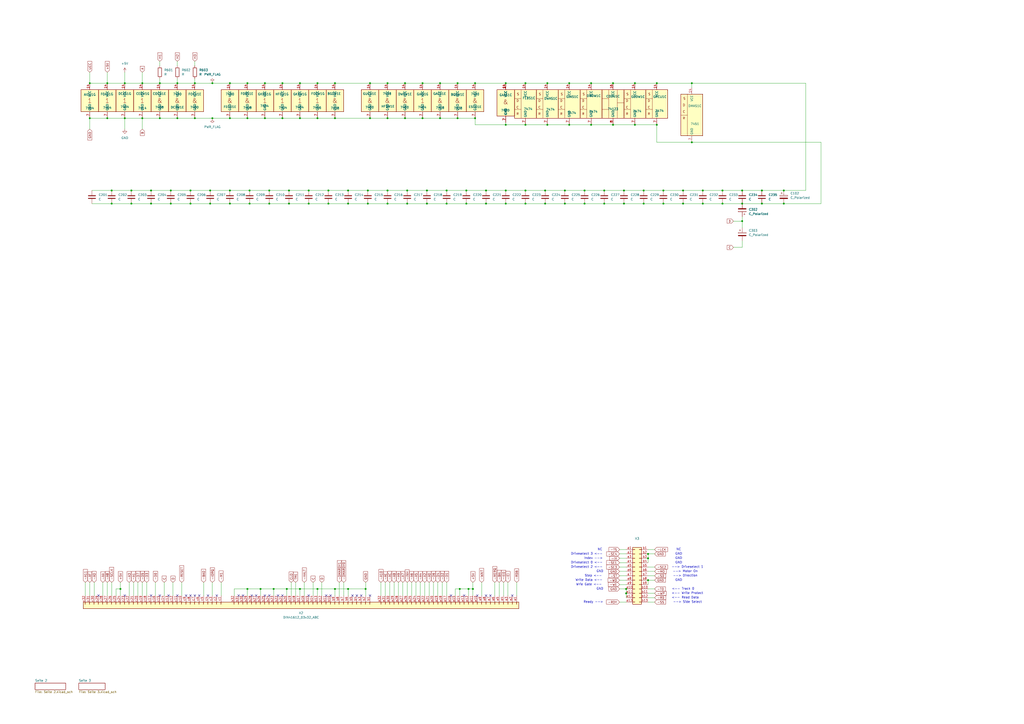
<source format=kicad_sch>
(kicad_sch (version 20231120) (generator "eeschema") (generator_version "8.0")
  (paper "A2")
  (junction (at 396.24 110.49))
  (junction (at 259.08 118.11))
  (junction (at 184.15 68.58))
  (junction (at 201.93 110.49))
  (junction (at 173.99 341.63))
  (junction (at 133.35 48.26))
  (junction (at 281.94 110.49))
  (junction (at 419.1 110.49))
  (junction (at 361.95 118.11))
  (junction (at 190.5 118.11))
  (junction (at 52.07 68.58))
  (junction (at 151.13 341.63))
  (junction (at 213.36 110.49))
  (junction (at 441.96 110.49))
  (junction (at 381 48.26))
  (junction (at 363.22 341.63))
  (junction (at 373.38 118.11))
  (junction (at 72.39 48.26))
  (junction (at 293.37 110.49))
  (junction (at 113.03 48.26))
  (junction (at 401.32 48.26))
  (junction (at 363.22 344.17))
  (junction (at 317.5 48.26))
  (junction (at 454.66 110.49))
  (junction (at 384.81 118.11))
  (junction (at 330.2 72.39))
  (junction (at 327.66 118.11))
  (junction (at 375.92 336.55))
  (junction (at 304.8 72.39))
  (junction (at 355.6 48.26))
  (junction (at 316.23 118.11))
  (junction (at 454.66 118.11))
  (junction (at 224.79 68.58))
  (junction (at 158.75 341.63))
  (junction (at 339.09 110.49))
  (junction (at 121.92 118.11))
  (junction (at 173.99 48.26))
  (junction (at 62.23 48.26))
  (junction (at 163.83 68.58))
  (junction (at 82.55 48.26))
  (junction (at 113.03 68.58))
  (junction (at 317.5 72.39))
  (junction (at 236.22 118.11))
  (junction (at 121.92 110.49))
  (junction (at 52.07 48.26))
  (junction (at 123.19 68.58))
  (junction (at 194.31 68.58))
  (junction (at 102.87 48.26))
  (junction (at 441.96 118.11))
  (junction (at 214.63 68.58))
  (junction (at 430.53 128.27))
  (junction (at 396.24 118.11))
  (junction (at 247.65 118.11))
  (junction (at 214.63 48.26))
  (junction (at 224.79 48.26))
  (junction (at 255.27 68.58))
  (junction (at 184.15 341.63))
  (junction (at 245.11 68.58))
  (junction (at 190.5 110.49))
  (junction (at 87.63 110.49))
  (junction (at 275.59 48.26))
  (junction (at 245.11 48.26))
  (junction (at 143.51 68.58))
  (junction (at 173.99 68.58))
  (junction (at 92.71 48.26))
  (junction (at 375.92 323.85))
  (junction (at 92.71 68.58))
  (junction (at 82.55 68.58))
  (junction (at 430.53 110.49))
  (junction (at 407.67 110.49))
  (junction (at 419.1 118.11))
  (junction (at 143.51 341.63))
  (junction (at 234.95 48.26))
  (junction (at 213.36 118.11))
  (junction (at 304.8 118.11))
  (junction (at 266.7 341.63))
  (junction (at 293.37 48.26))
  (junction (at 72.39 68.58))
  (junction (at 270.51 110.49))
  (junction (at 194.31 48.26))
  (junction (at 143.51 48.26))
  (junction (at 156.21 110.49))
  (junction (at 133.35 110.49))
  (junction (at 330.2 48.26))
  (junction (at 184.15 48.26))
  (junction (at 407.67 118.11))
  (junction (at 167.64 110.49))
  (junction (at 350.52 110.49))
  (junction (at 153.67 68.58))
  (junction (at 271.78 341.63))
  (junction (at 153.67 48.26))
  (junction (at 316.23 110.49))
  (junction (at 133.35 68.58))
  (junction (at 76.2 118.11))
  (junction (at 123.19 48.26))
  (junction (at 167.64 118.11))
  (junction (at 327.66 110.49))
  (junction (at 339.09 118.11))
  (junction (at 368.3 72.39))
  (junction (at 355.6 72.39))
  (junction (at 212.09 341.63))
  (junction (at 64.77 118.11))
  (junction (at 99.06 118.11))
  (junction (at 293.37 118.11))
  (junction (at 236.22 110.49))
  (junction (at 304.8 48.26))
  (junction (at 265.43 48.26))
  (junction (at 224.79 118.11))
  (junction (at 64.77 110.49))
  (junction (at 275.59 68.58))
  (junction (at 234.95 68.58))
  (junction (at 62.23 68.58))
  (junction (at 430.53 118.11))
  (junction (at 265.43 68.58))
  (junction (at 194.31 341.63))
  (junction (at 304.8 110.49))
  (junction (at 401.32 82.55))
  (junction (at 144.78 118.11))
  (junction (at 384.81 110.49))
  (junction (at 373.38 110.49))
  (junction (at 201.93 118.11))
  (junction (at 179.07 118.11))
  (junction (at 99.06 110.49))
  (junction (at 247.65 110.49))
  (junction (at 201.93 341.63))
  (junction (at 87.63 118.11))
  (junction (at 224.79 110.49))
  (junction (at 350.52 118.11))
  (junction (at 102.87 68.58))
  (junction (at 69.85 341.63))
  (junction (at 144.78 110.49))
  (junction (at 76.2 110.49))
  (junction (at 281.94 118.11))
  (junction (at 274.32 341.63))
  (junction (at 342.9 48.26))
  (junction (at 375.92 321.31))
  (junction (at 110.49 118.11))
  (junction (at 133.35 118.11))
  (junction (at 381 72.39))
  (junction (at 179.07 110.49))
  (junction (at 270.51 118.11))
  (junction (at 255.27 48.26))
  (junction (at 110.49 110.49))
  (junction (at 156.21 118.11))
  (junction (at 259.08 110.49))
  (junction (at 342.9 72.39))
  (junction (at 293.37 72.39))
  (junction (at 368.3 48.26))
  (junction (at 163.83 48.26))
  (junction (at 166.37 341.63))
  (junction (at 361.95 110.49))
  (no_connect (at 191.77 345.44))
  (no_connect (at 204.47 345.44))
  (no_connect (at 72.39 345.44))
  (no_connect (at 107.95 345.44))
  (no_connect (at 284.48 345.44))
  (no_connect (at 189.23 345.44))
  (no_connect (at 276.86 345.44))
  (no_connect (at 207.01 345.44))
  (no_connect (at 209.55 345.44))
  (no_connect (at 120.65 345.44))
  (no_connect (at 57.15 345.44))
  (no_connect (at 87.63 345.44))
  (no_connect (at 115.57 345.44))
  (no_connect (at 140.97 345.44))
  (no_connect (at 214.63 345.44))
  (no_connect (at 97.79 345.44))
  (no_connect (at 125.73 345.44))
  (no_connect (at 156.21 345.44))
  (no_connect (at 153.67 345.44))
  (no_connect (at 261.62 345.44))
  (no_connect (at 281.94 345.44))
  (no_connect (at 179.07 345.44))
  (no_connect (at 138.43 345.44))
  (no_connect (at 102.87 345.44))
  (no_connect (at 297.18 345.44))
  (no_connect (at 163.83 345.44))
  (no_connect (at 269.24 345.44))
  (no_connect (at 146.05 345.44))
  (no_connect (at 161.29 345.44))
  (no_connect (at 113.03 345.44))
  (no_connect (at 92.71 345.44))
  (no_connect (at 148.59 345.44))
  (no_connect (at 110.49 345.44))
  (wire (pts (xy 64.77 110.49) (xy 76.2 110.49)))
  (wire (pts (xy 236.22 337.82) (xy 236.22 345.44)))
  (wire (pts (xy 359.41 328.93) (xy 363.22 328.93)))
  (wire (pts (xy 287.02 337.82) (xy 287.02 345.44)))
  (wire (pts (xy 82.55 68.58) (xy 82.55 74.93)))
  (wire (pts (xy 194.31 341.63) (xy 201.93 341.63)))
  (wire (pts (xy 430.53 125.73) (xy 430.53 128.27)))
  (wire (pts (xy 359.41 349.25) (xy 363.22 349.25)))
  (wire (pts (xy 259.08 118.11) (xy 270.51 118.11)))
  (wire (pts (xy 375.92 328.93) (xy 379.73 328.93)))
  (wire (pts (xy 76.2 110.49) (xy 87.63 110.49)))
  (wire (pts (xy 304.8 48.26) (xy 317.5 48.26)))
  (wire (pts (xy 355.6 48.26) (xy 368.3 48.26)))
  (wire (pts (xy 375.92 349.25) (xy 379.73 349.25)))
  (wire (pts (xy 133.35 110.49) (xy 144.78 110.49)))
  (wire (pts (xy 359.41 318.77) (xy 363.22 318.77)))
  (wire (pts (xy 254 337.82) (xy 254 345.44)))
  (wire (pts (xy 233.68 337.82) (xy 233.68 345.44)))
  (wire (pts (xy 396.24 110.49) (xy 407.67 110.49)))
  (wire (pts (xy 270.51 118.11) (xy 281.94 118.11)))
  (wire (pts (xy 118.11 337.82) (xy 118.11 345.44)))
  (wire (pts (xy 85.09 337.82) (xy 85.09 345.44)))
  (wire (pts (xy 330.2 72.39) (xy 342.9 72.39)))
  (wire (pts (xy 173.99 345.44) (xy 173.99 341.63)))
  (wire (pts (xy 236.22 110.49) (xy 247.65 110.49)))
  (wire (pts (xy 350.52 118.11) (xy 361.95 118.11)))
  (wire (pts (xy 316.23 110.49) (xy 327.66 110.49)))
  (wire (pts (xy 201.93 341.63) (xy 212.09 341.63)))
  (wire (pts (xy 52.07 48.26) (xy 62.23 48.26)))
  (wire (pts (xy 135.89 341.63) (xy 143.51 341.63)))
  (wire (pts (xy 67.31 345.44) (xy 67.31 341.63)))
  (wire (pts (xy 361.95 118.11) (xy 373.38 118.11)))
  (wire (pts (xy 69.85 337.82) (xy 69.85 341.63)))
  (wire (pts (xy 53.34 118.11) (xy 64.77 118.11)))
  (wire (pts (xy 293.37 118.11) (xy 304.8 118.11)))
  (wire (pts (xy 224.79 118.11) (xy 236.22 118.11)))
  (wire (pts (xy 156.21 110.49) (xy 167.64 110.49)))
  (wire (pts (xy 359.41 339.09) (xy 363.22 339.09)))
  (wire (pts (xy 92.71 35.56) (xy 92.71 38.1)))
  (wire (pts (xy 184.15 48.26) (xy 194.31 48.26)))
  (wire (pts (xy 330.2 48.26) (xy 342.9 48.26)))
  (wire (pts (xy 430.53 110.49) (xy 441.96 110.49)))
  (wire (pts (xy 368.3 48.26) (xy 381 48.26)))
  (wire (pts (xy 194.31 48.26) (xy 214.63 48.26)))
  (wire (pts (xy 121.92 110.49) (xy 133.35 110.49)))
  (wire (pts (xy 259.08 337.82) (xy 259.08 345.44)))
  (wire (pts (xy 375.92 346.71) (xy 379.73 346.71)))
  (wire (pts (xy 184.15 341.63) (xy 194.31 341.63)))
  (wire (pts (xy 255.27 48.26) (xy 265.43 48.26)))
  (wire (pts (xy 69.85 341.63) (xy 69.85 345.44)))
  (wire (pts (xy 425.45 143.51) (xy 430.53 143.51)))
  (wire (pts (xy 87.63 110.49) (xy 99.06 110.49)))
  (wire (pts (xy 381 72.39) (xy 381 82.55)))
  (wire (pts (xy 171.45 337.82) (xy 171.45 345.44)))
  (wire (pts (xy 259.08 110.49) (xy 270.51 110.49)))
  (wire (pts (xy 293.37 110.49) (xy 304.8 110.49)))
  (wire (pts (xy 72.39 68.58) (xy 72.39 74.93)))
  (wire (pts (xy 363.22 341.63) (xy 363.22 344.17)))
  (wire (pts (xy 247.65 118.11) (xy 259.08 118.11)))
  (wire (pts (xy 102.87 35.56) (xy 102.87 38.1)))
  (wire (pts (xy 153.67 68.58) (xy 163.83 68.58)))
  (wire (pts (xy 52.07 41.91) (xy 52.07 48.26)))
  (wire (pts (xy 135.89 345.44) (xy 135.89 341.63)))
  (wire (pts (xy 231.14 337.82) (xy 231.14 345.44)))
  (wire (pts (xy 359.41 336.55) (xy 363.22 336.55)))
  (wire (pts (xy 256.54 337.82) (xy 256.54 345.44)))
  (wire (pts (xy 375.92 323.85) (xy 375.92 326.39)))
  (wire (pts (xy 184.15 345.44) (xy 184.15 341.63)))
  (wire (pts (xy 396.24 118.11) (xy 407.67 118.11)))
  (wire (pts (xy 419.1 110.49) (xy 407.67 110.49)))
  (wire (pts (xy 327.66 118.11) (xy 339.09 118.11)))
  (wire (pts (xy 212.09 341.63) (xy 212.09 345.44)))
  (wire (pts (xy 248.92 337.82) (xy 248.92 345.44)))
  (wire (pts (xy 316.23 118.11) (xy 327.66 118.11)))
  (wire (pts (xy 95.25 337.82) (xy 95.25 345.44)))
  (wire (pts (xy 359.41 326.39) (xy 363.22 326.39)))
  (wire (pts (xy 361.95 110.49) (xy 373.38 110.49)))
  (wire (pts (xy 133.35 68.58) (xy 143.51 68.58)))
  (wire (pts (xy 251.46 337.82) (xy 251.46 345.44)))
  (wire (pts (xy 143.51 345.44) (xy 143.51 341.63)))
  (wire (pts (xy 143.51 48.26) (xy 153.67 48.26)))
  (wire (pts (xy 368.3 72.39) (xy 381 72.39)))
  (wire (pts (xy 275.59 72.39) (xy 275.59 68.58)))
  (wire (pts (xy 201.93 118.11) (xy 213.36 118.11)))
  (wire (pts (xy 247.65 110.49) (xy 259.08 110.49)))
  (wire (pts (xy 293.37 48.26) (xy 304.8 48.26)))
  (wire (pts (xy 375.92 336.55) (xy 375.92 339.09)))
  (wire (pts (xy 76.2 118.11) (xy 87.63 118.11)))
  (wire (pts (xy 64.77 337.82) (xy 64.77 345.44)))
  (wire (pts (xy 274.32 341.63) (xy 274.32 345.44)))
  (wire (pts (xy 304.8 110.49) (xy 316.23 110.49)))
  (wire (pts (xy 82.55 68.58) (xy 92.71 68.58)))
  (wire (pts (xy 275.59 48.26) (xy 293.37 48.26)))
  (wire (pts (xy 289.56 337.82) (xy 289.56 345.44)))
  (wire (pts (xy 264.16 345.44) (xy 264.16 341.63)))
  (wire (pts (xy 92.71 45.72) (xy 92.71 48.26)))
  (wire (pts (xy 275.59 72.39) (xy 293.37 72.39)))
  (wire (pts (xy 299.72 337.82) (xy 299.72 345.44)))
  (wire (pts (xy 156.21 118.11) (xy 167.64 118.11)))
  (wire (pts (xy 375.92 344.17) (xy 379.73 344.17)))
  (wire (pts (xy 407.67 118.11) (xy 419.1 118.11)))
  (wire (pts (xy 196.85 337.82) (xy 196.85 345.44)))
  (wire (pts (xy 102.87 45.72) (xy 102.87 48.26)))
  (wire (pts (xy 281.94 118.11) (xy 293.37 118.11)))
  (wire (pts (xy 363.22 344.17) (xy 363.22 346.71)))
  (wire (pts (xy 359.41 341.63) (xy 363.22 341.63)))
  (wire (pts (xy 245.11 68.58) (xy 255.27 68.58)))
  (wire (pts (xy 381 48.26) (xy 401.32 48.26)))
  (wire (pts (xy 201.93 110.49) (xy 213.36 110.49)))
  (wire (pts (xy 62.23 337.82) (xy 62.23 345.44)))
  (wire (pts (xy 293.37 72.39) (xy 304.8 72.39)))
  (wire (pts (xy 173.99 68.58) (xy 184.15 68.58)))
  (wire (pts (xy 123.19 48.26) (xy 133.35 48.26)))
  (wire (pts (xy 381 82.55) (xy 401.32 82.55)))
  (wire (pts (xy 49.53 337.82) (xy 49.53 345.44)))
  (wire (pts (xy 401.32 48.26) (xy 401.32 50.8)))
  (wire (pts (xy 99.06 118.11) (xy 110.49 118.11)))
  (wire (pts (xy 100.33 337.82) (xy 100.33 345.44)))
  (wire (pts (xy 194.31 68.58) (xy 214.63 68.58)))
  (wire (pts (xy 292.1 337.82) (xy 292.1 345.44)))
  (wire (pts (xy 201.93 345.44) (xy 201.93 341.63)))
  (wire (pts (xy 62.23 68.58) (xy 72.39 68.58)))
  (wire (pts (xy 173.99 48.26) (xy 184.15 48.26)))
  (wire (pts (xy 102.87 68.58) (xy 113.03 68.58)))
  (wire (pts (xy 143.51 341.63) (xy 151.13 341.63)))
  (wire (pts (xy 271.78 341.63) (xy 274.32 341.63)))
  (wire (pts (xy 52.07 68.58) (xy 52.07 74.93)))
  (wire (pts (xy 87.63 118.11) (xy 99.06 118.11)))
  (wire (pts (xy 467.36 110.49) (xy 454.66 110.49)))
  (wire (pts (xy 133.35 118.11) (xy 144.78 118.11)))
  (wire (pts (xy 173.99 341.63) (xy 184.15 341.63)))
  (wire (pts (xy 265.43 68.58) (xy 275.59 68.58)))
  (wire (pts (xy 375.92 321.31) (xy 375.92 323.85)))
  (wire (pts (xy 110.49 110.49) (xy 121.92 110.49)))
  (wire (pts (xy 123.19 337.82) (xy 123.19 345.44)))
  (wire (pts (xy 264.16 341.63) (xy 266.7 341.63)))
  (wire (pts (xy 359.41 331.47) (xy 363.22 331.47)))
  (wire (pts (xy 375.92 334.01) (xy 379.73 334.01)))
  (wire (pts (xy 265.43 48.26) (xy 275.59 48.26)))
  (wire (pts (xy 199.39 337.82) (xy 199.39 345.44)))
  (wire (pts (xy 245.11 48.26) (xy 255.27 48.26)))
  (wire (pts (xy 151.13 345.44) (xy 151.13 341.63)))
  (wire (pts (xy 72.39 68.58) (xy 82.55 68.58)))
  (wire (pts (xy 476.25 82.55) (xy 476.25 118.11)))
  (wire (pts (xy 224.79 110.49) (xy 236.22 110.49)))
  (wire (pts (xy 80.01 337.82) (xy 80.01 345.44)))
  (wire (pts (xy 82.55 48.26) (xy 92.71 48.26)))
  (wire (pts (xy 144.78 118.11) (xy 156.21 118.11)))
  (wire (pts (xy 166.37 345.44) (xy 166.37 341.63)))
  (wire (pts (xy 359.41 323.85) (xy 363.22 323.85)))
  (wire (pts (xy 62.23 41.91) (xy 62.23 48.26)))
  (wire (pts (xy 82.55 337.82) (xy 82.55 345.44)))
  (wire (pts (xy 190.5 110.49) (xy 201.93 110.49)))
  (wire (pts (xy 226.06 337.82) (xy 226.06 345.44)))
  (wire (pts (xy 401.32 48.26) (xy 467.36 48.26)))
  (wire (pts (xy 158.75 345.44) (xy 158.75 341.63)))
  (wire (pts (xy 92.71 48.26) (xy 102.87 48.26)))
  (wire (pts (xy 113.03 48.26) (xy 123.19 48.26)))
  (wire (pts (xy 102.87 48.26) (xy 113.03 48.26)))
  (wire (pts (xy 241.3 337.82) (xy 241.3 345.44)))
  (wire (pts (xy 113.03 45.72) (xy 113.03 48.26)))
  (wire (pts (xy 220.98 337.82) (xy 220.98 345.44)))
  (wire (pts (xy 270.51 110.49) (xy 281.94 110.49)))
  (wire (pts (xy 190.5 118.11) (xy 201.93 118.11)))
  (wire (pts (xy 243.84 337.82) (xy 243.84 345.44)))
  (wire (pts (xy 59.69 337.82) (xy 59.69 345.44)))
  (wire (pts (xy 350.52 110.49) (xy 361.95 110.49)))
  (wire (pts (xy 143.51 68.58) (xy 153.67 68.58)))
  (wire (pts (xy 228.6 337.82) (xy 228.6 345.44)))
  (wire (pts (xy 281.94 110.49) (xy 293.37 110.49)))
  (wire (pts (xy 359.41 321.31) (xy 363.22 321.31)))
  (wire (pts (xy 425.45 128.27) (xy 430.53 128.27)))
  (wire (pts (xy 123.19 68.58) (xy 133.35 68.58)))
  (wire (pts (xy 401.32 82.55) (xy 476.25 82.55)))
  (wire (pts (xy 266.7 341.63) (xy 271.78 341.63)))
  (wire (pts (xy 121.92 118.11) (xy 133.35 118.11)))
  (wire (pts (xy 430.53 118.11) (xy 441.96 118.11)))
  (wire (pts (xy 52.07 337.82) (xy 52.07 345.44)))
  (wire (pts (xy 53.34 110.49) (xy 64.77 110.49)))
  (wire (pts (xy 236.22 118.11) (xy 247.65 118.11)))
  (wire (pts (xy 168.91 337.82) (xy 168.91 345.44)))
  (wire (pts (xy 163.83 68.58) (xy 173.99 68.58)))
  (wire (pts (xy 224.79 68.58) (xy 234.95 68.58)))
  (wire (pts (xy 224.79 48.26) (xy 234.95 48.26)))
  (wire (pts (xy 167.64 118.11) (xy 179.07 118.11)))
  (wire (pts (xy 82.55 41.91) (xy 82.55 48.26)))
  (wire (pts (xy 293.37 72.39) (xy 293.37 71.12)))
  (wire (pts (xy 72.39 48.26) (xy 82.55 48.26)))
  (wire (pts (xy 181.61 337.82) (xy 181.61 345.44)))
  (wire (pts (xy 373.38 118.11) (xy 384.81 118.11)))
  (wire (pts (xy 419.1 118.11) (xy 430.53 118.11)))
  (wire (pts (xy 184.15 68.58) (xy 194.31 68.58)))
  (wire (pts (xy 213.36 118.11) (xy 224.79 118.11)))
  (wire (pts (xy 92.71 68.58) (xy 102.87 68.58)))
  (wire (pts (xy 77.47 337.82) (xy 77.47 345.44)))
  (wire (pts (xy 339.09 118.11) (xy 350.52 118.11)))
  (wire (pts (xy 304.8 118.11) (xy 316.23 118.11)))
  (wire (pts (xy 167.64 110.49) (xy 179.07 110.49)))
  (wire (pts (xy 213.36 110.49) (xy 224.79 110.49)))
  (wire (pts (xy 294.64 337.82) (xy 294.64 345.44)))
  (wire (pts (xy 441.96 118.11) (xy 454.66 118.11)))
  (wire (pts (xy 255.27 68.58) (xy 265.43 68.58)))
  (wire (pts (xy 375.92 341.63) (xy 379.73 341.63)))
  (wire (pts (xy 430.53 143.51) (xy 430.53 139.7)))
  (wire (pts (xy 430.53 128.27) (xy 430.53 132.08)))
  (wire (pts (xy 223.52 337.82) (xy 223.52 345.44)))
  (wire (pts (xy 214.63 48.26) (xy 224.79 48.26)))
  (wire (pts (xy 342.9 72.39) (xy 355.6 72.39)))
  (wire (pts (xy 158.75 341.63) (xy 166.37 341.63)))
  (wire (pts (xy 74.93 337.82) (xy 74.93 345.44)))
  (wire (pts (xy 144.78 110.49) (xy 156.21 110.49)))
  (wire (pts (xy 186.69 337.82) (xy 186.69 345.44)))
  (wire (pts (xy 99.06 110.49) (xy 110.49 110.49)))
  (wire (pts (xy 113.03 68.58) (xy 123.19 68.58)))
  (wire (pts (xy 110.49 118.11) (xy 121.92 118.11)))
  (wire (pts (xy 454.66 118.11) (xy 476.25 118.11)))
  (wire (pts (xy 266.7 345.44) (xy 266.7 341.63)))
  (wire (pts (xy 467.36 48.26) (xy 467.36 110.49)))
  (wire (pts (xy 384.81 118.11) (xy 396.24 118.11)))
  (wire (pts (xy 194.31 345.44) (xy 194.31 341.63)))
  (wire (pts (xy 166.37 341.63) (xy 173.99 341.63)))
  (wire (pts (xy 234.95 48.26) (xy 245.11 48.26)))
  (wire (pts (xy 384.81 110.49) (xy 396.24 110.49)))
  (wire (pts (xy 375.92 336.55) (xy 379.73 336.55)))
  (wire (pts (xy 176.53 337.82) (xy 176.53 345.44)))
  (wire (pts (xy 317.5 72.39) (xy 330.2 72.39)))
  (wire (pts (xy 151.13 341.63) (xy 158.75 341.63)))
  (wire (pts (xy 52.07 68.58) (xy 62.23 68.58)))
  (wire (pts (xy 214.63 68.58) (xy 224.79 68.58)))
  (wire (pts (xy 54.61 337.82) (xy 54.61 345.44)))
  (wire (pts (xy 246.38 337.82) (xy 246.38 345.44)))
  (wire (pts (xy 274.32 337.82) (xy 274.32 341.63)))
  (wire (pts (xy 339.09 110.49) (xy 350.52 110.49)))
  (wire (pts (xy 359.41 334.01) (xy 363.22 334.01)))
  (wire (pts (xy 430.53 110.49) (xy 419.1 110.49)))
  (wire (pts (xy 105.41 337.82) (xy 105.41 345.44)))
  (wire (pts (xy 72.39 41.91) (xy 72.39 48.26)))
  (wire (pts (xy 153.67 48.26) (xy 163.83 48.26)))
  (wire (pts (xy 238.76 337.82) (xy 238.76 345.44)))
  (wire (pts (xy 375.92 318.77) (xy 379.73 318.77)))
  (wire (pts (xy 113.03 35.56) (xy 113.03 38.1)))
  (wire (pts (xy 133.35 48.26) (xy 143.51 48.26)))
  (wire (pts (xy 163.83 48.26) (xy 173.99 48.26)))
  (wire (pts (xy 327.66 110.49) (xy 339.09 110.49)))
  (wire (pts (xy 342.9 48.26) (xy 355.6 48.26)))
  (wire (pts (xy 279.4 337.82) (xy 279.4 345.44)))
  (wire (pts (xy 179.07 118.11) (xy 190.5 118.11)))
  (wire (pts (xy 67.31 341.63) (xy 69.85 341.63)))
  (wire (pts (xy 179.07 110.49) (xy 190.5 110.49)))
  (wire (pts (xy 304.8 72.39) (xy 317.5 72.39)))
  (wire (pts (xy 62.23 48.26) (xy 72.39 48.26)))
  (wire (pts (xy 454.66 110.49) (xy 441.96 110.49)))
  (wire (pts (xy 375.92 321.31) (xy 379.73 321.31)))
  (wire (pts (xy 212.09 337.82) (xy 212.09 341.63)))
  (wire (pts (xy 317.5 48.26) (xy 330.2 48.26)))
  (wire (pts (xy 271.78 345.44) (xy 271.78 341.63)))
  (wire (pts (xy 355.6 72.39) (xy 368.3 72.39)))
  (wire (pts (xy 64.77 118.11) (xy 76.2 118.11)))
  (wire (pts (xy 373.38 110.49) (xy 384.81 110.49)))
  (wire (pts (xy 234.95 68.58) (xy 245.11 68.58)))
  (wire (pts (xy 128.27 337.82) (xy 128.27 345.44)))
  (wire (pts (xy 375.92 331.47) (xy 379.73 331.47)))
  (wire (pts (xy 90.17 337.82) (xy 90.17 345.44)))
  (text "GND\n" (at 347.98 341.63 0) (effects (font (size 1.27 1.27))))
  (text "--> Driveselect 1" (at 398.78 328.93 0) (effects (font (size 1.27 1.27))))
  (text "Ready -->" (at 344.17 349.25 0) (effects (font (size 1.27 1.27))))
  (text "--> Direction" (at 397.51 334.01 0) (effects (font (size 1.27 1.27))))
  (text "Step <--" (at 344.17 334.01 0) (effects (font (size 1.27 1.27))))
  (text "Driveselect 0 <--" (at 340.36 326.39 0) (effects (font (size 1.27 1.27))))
  (text "NC" (at 393.7 318.77 0) (effects (font (size 1.27 1.27))))
  (text "Write Data <--" (at 341.63 336.55 0) (effects (font (size 1.27 1.27))))
  (text "<-- Read Data" (at 397.51 346.71 0) (effects (font (size 1.27 1.27))))
  (text "Wrie Gate <--" (at 341.63 339.09 0) (effects (font (size 1.27 1.27))))
  (text "Driveselect 3 <--" (at 340.36 321.31 0) (effects (font (size 1.27 1.27))))
  (text "Driveselect 2 <--" (at 340.36 328.93 0) (effects (font (size 1.27 1.27))))
  (text "--> Side Select" (at 398.78 349.25 0) (effects (font (size 1.27 1.27))))
  (text "<-- Write Protect" (at 398.78 344.17 0) (effects (font (size 1.27 1.27))))
  (text "--> Motor On" (at 397.51 331.47 0) (effects (font (size 1.27 1.27))))
  (text "GND\n" (at 347.98 331.47 0) (effects (font (size 1.27 1.27))))
  (text "Index -->" (at 344.17 323.85 0) (effects (font (size 1.27 1.27))))
  (text "GND\n" (at 393.7 326.39 0) (effects (font (size 1.27 1.27))))
  (text "<-- Track 0" (at 396.24 341.63 0) (effects (font (size 1.27 1.27))))
  (text "GND\n" (at 393.7 336.55 0) (effects (font (size 1.27 1.27))))
  (text "GND\n" (at 393.7 323.85 0) (effects (font (size 1.27 1.27))))
  (text "GND\n" (at 393.7 321.31 0) (effects (font (size 1.27 1.27))))
  (text "NC" (at 347.98 318.77 0) (effects (font (size 1.27 1.27))))
  (global_label "-IX" (shape input) (at 359.41 323.85 180) (property "Intersheetrefs" "${INTERSHEET_REFS}" (effects (hide yes))))
  (global_label "GND" (shape input) (at 359.41 341.63 180) (property "Intersheetrefs" "${INTERSHEET_REFS}" (effects (hide yes))))
  (global_label "TME" (shape input) (at 171.45 337.82 90) (property "Intersheetrefs" "${INTERSHEET_REFS}" (effects (hide yes))))
  (global_label "-D3" (shape input) (at 85.09 337.82 90) (property "Intersheetrefs" "${INTERSHEET_REFS}" (effects (hide yes))))
  (global_label "-A4" (shape input) (at 243.84 337.82 90) (property "Intersheetrefs" "${INTERSHEET_REFS}" (effects (hide yes))))
  (global_label "-SE1" (shape input) (at 359.41 326.39 180) (property "Intersheetrefs" "${INTERSHEET_REFS}" (effects (hide yes))))
  (global_label "GND" (shape input) (at 379.73 336.55 0) (property "Intersheetrefs" "${INTERSHEET_REFS}" (effects (hide yes))))
  (global_label "-WE" (shape input) (at 359.41 339.09 180) (property "Intersheetrefs" "${INTERSHEET_REFS}" (effects (hide yes))))
  (global_label "H2" (shape input) (at 102.87 35.56 90) (property "Intersheetrefs" "${INTERSHEET_REFS}" (effects (hide yes))))
  (global_label "A" (shape input) (at 82.55 41.91 90) (property "Intersheetrefs" "${INTERSHEET_REFS}" (effects (hide yes))))
  (global_label "-SE4" (shape input) (at 359.41 321.31 180) (property "Intersheetrefs" "${INTERSHEET_REFS}" (effects (hide yes))))
  (global_label "-TS" (shape input) (at 359.41 318.77 180) (property "Intersheetrefs" "${INTERSHEET_REFS}" (effects (hide yes))))
  (global_label "-A6" (shape input) (at 238.76 337.82 90) (property "Intersheetrefs" "${INTERSHEET_REFS}" (effects (hide yes))))
  (global_label "-MO" (shape input) (at 379.73 331.47 0) (property "Intersheetrefs" "${INTERSHEET_REFS}" (effects (hide yes))))
  (global_label "-RD" (shape input) (at 379.73 346.71 0) (property "Intersheetrefs" "${INTERSHEET_REFS}" (effects (hide yes))))
  (global_label "-SCLK" (shape input) (at 64.77 337.82 90) (property "Intersheetrefs" "${INTERSHEET_REFS}" (effects (hide yes))))
  (global_label "-RDY" (shape input) (at 359.41 349.25 180) (property "Intersheetrefs" "${INTERSHEET_REFS}" (effects (hide yes))))
  (global_label "H1" (shape input) (at 92.71 35.56 90) (property "Intersheetrefs" "${INTERSHEET_REFS}" (effects (hide yes))))
  (global_label "-INH" (shape input) (at 236.22 337.82 90) (property "Intersheetrefs" "${INTERSHEET_REFS}" (effects (hide yes))))
  (global_label "-AF" (shape input) (at 52.07 337.82 90) (property "Intersheetrefs" "${INTERSHEET_REFS}" (effects (hide yes))))
  (global_label "B" (shape input) (at 82.55 74.93 270) (property "Intersheetrefs" "${INTERSHEET_REFS}" (effects (hide yes))))
  (global_label "-RDB" (shape input) (at 299.72 337.82 90) (property "Intersheetrefs" "${INTERSHEET_REFS}" (effects (hide yes))))
  (global_label "-WP" (shape input) (at 379.73 344.17 0) (property "Intersheetrefs" "${INTERSHEET_REFS}" (effects (hide yes))))
  (global_label "-A0" (shape input) (at 248.92 337.82 90) (property "Intersheetrefs" "${INTERSHEET_REFS}" (effects (hide yes))))
  (global_label "GND" (shape input) (at 212.09 337.82 90) (property "Intersheetrefs" "${INTERSHEET_REFS}" (effects (hide yes))))
  (global_label "-AC" (shape input) (at 226.06 337.82 90) (property "Intersheetrefs" "${INTERSHEET_REFS}" (effects (hide yes))))
  (global_label "-ST" (shape input) (at 359.41 334.01 180) (property "Intersheetrefs" "${INTERSHEET_REFS}" (effects (hide yes))))
  (global_label "-BAI" (shape input) (at 289.56 337.82 90) (property "Intersheetrefs" "${INTERSHEET_REFS}" (effects (hide yes))))
  (global_label "-SE3" (shape input) (at 359.41 328.93 180) (property "Intersheetrefs" "${INTERSHEET_REFS}" (effects (hide yes))))
  (global_label "+5V" (shape input) (at 62.23 41.91 90) (property "Intersheetrefs" "${INTERSHEET_REFS}" (effects (hide yes))))
  (global_label "-D6" (shape input) (at 251.46 337.82 90) (property "Intersheetrefs" "${INTERSHEET_REFS}" (effects (hide yes))))
  (global_label "-TO" (shape input) (at 379.73 341.63 0) (property "Intersheetrefs" "${INTERSHEET_REFS}" (effects (hide yes))))
  (global_label "GND" (shape input) (at 359.41 331.47 180) (property "Intersheetrefs" "${INTERSHEET_REFS}" (effects (hide yes))))
  (global_label "D" (shape input) (at 186.69 337.82 90) (property "Intersheetrefs" "${INTERSHEET_REFS}" (effects (hide yes))))
  (global_label "D" (shape input) (at 425.45 128.27 180) (property "Intersheetrefs" "${INTERSHEET_REFS}" (effects (hide yes))))
  (global_label "-WD" (shape input) (at 359.41 336.55 180) (property "Intersheetrefs" "${INTERSHEET_REFS}" (effects (hide yes))))
  (global_label "-AD" (shape input) (at 54.61 337.82 90) (property "Intersheetrefs" "${INTERSHEET_REFS}" (effects (hide yes))))
  (global_label "-SD" (shape input) (at 379.73 334.01 0) (property "Intersheetrefs" "${INTERSHEET_REFS}" (effects (hide yes))))
  (global_label "-DMARDY1" (shape input) (at 196.85 337.82 90) (property "Intersheetrefs" "${INTERSHEET_REFS}" (effects (hide yes))))
  (global_label "-HALT" (shape input) (at 176.53 337.82 90) (property "Intersheetrefs" "${INTERSHEET_REFS}" (effects (hide yes))))
  (global_label "GND" (shape input) (at 379.73 321.31 0) (property "Intersheetrefs" "${INTERSHEET_REFS}" (effects (hide yes))))
  (global_label "-WAIT" (shape input) (at 279.4 337.82 90) (property "Intersheetrefs" "${INTERSHEET_REFS}" (effects (hide yes))))
  (global_label "-D2" (shape input) (at 256.54 337.82 90) (property "Intersheetrefs" "${INTERSHEET_REFS}" (effects (hide yes))))
  (global_label "+5V" (shape input) (at 69.85 337.82 90) (property "Intersheetrefs" "${INTERSHEET_REFS}" (effects (hide yes))))
  (global_label "-D7" (shape input) (at 80.01 337.82 90) (property "Intersheetrefs" "${INTERSHEET_REFS}" (effects (hide yes))))
  (global_label "-LCK" (shape input) (at 379.73 318.77 0) (property "Intersheetrefs" "${INTERSHEET_REFS}" (effects (hide yes))))
  (global_label "-D1" (shape input) (at 259.08 337.82 90) (property "Intersheetrefs" "${INTERSHEET_REFS}" (effects (hide yes))))
  (global_label "-RESET" (shape input) (at 105.41 337.82 90) (property "Intersheetrefs" "${INTERSHEET_REFS}" (effects (hide yes))))
  (global_label "-SS" (shape input) (at 379.73 349.25 0) (property "Intersheetrefs" "${INTERSHEET_REFS}" (effects (hide yes))))
  (global_label "-A8" (shape input) (at 62.23 337.82 90) (property "Intersheetrefs" "${INTERSHEET_REFS}" (effects (hide yes))))
  (global_label "-A10" (shape input) (at 220.98 337.82 90) (property "Intersheetrefs" "${INTERSHEET_REFS}" (effects (hide yes))))
  (global_label "-M1" (shape input) (at 128.27 337.82 90) (property "Intersheetrefs" "${INTERSHEET_REFS}" (effects (hide yes))))
  (global_label "-A3" (shape input) (at 74.93 337.82 90) (property "Intersheetrefs" "${INTERSHEET_REFS}" (effects (hide yes))))
  (global_label "-BAO" (shape input) (at 118.11 337.82 90) (property "Intersheetrefs" "${INTERSHEET_REFS}" (effects (hide yes))))
  (global_label "-SE2" (shape input) (at 379.73 328.93 0) (property "Intersheetrefs" "${INTERSHEET_REFS}" (effects (hide yes))))
  (global_label "-A9" (shape input) (at 231.14 337.82 90) (property "Intersheetrefs" "${INTERSHEET_REFS}" (effects (hide yes))))
  (global_label "-A7" (shape input) (at 233.68 337.82 90) (property "Intersheetrefs" "${INTERSHEET_REFS}" (effects (hide yes))))
  (global_label "-AA" (shape input) (at 59.69 337.82 90) (property "Intersheetrefs" "${INTERSHEET_REFS}" (effects (hide yes))))
  (global_label "-A11" (shape input) (at 49.53 337.82 90) (property "Intersheetrefs" "${INTERSHEET_REFS}" (effects (hide yes))))
  (global_label "-D4" (shape input) (at 254 337.82 90) (property "Intersheetrefs" "${INTERSHEET_REFS}" (effects (hide yes))))
  (global_label "D" (shape input) (at 100.33 337.82 90) (property "Intersheetrefs" "${INTERSHEET_REFS}" (effects (hide yes))))
  (global_label "-MERQ" (shape input) (at 287.02 337.82 90) (property "Intersheetrefs" "${INTERSHEET_REFS}" (effects (hide yes))))
  (global_label "-AE" (shape input) (at 223.52 337.82 90) (property "Intersheetrefs" "${INTERSHEET_REFS}" (effects (hide yes))))
  (global_label "C" (shape input) (at 181.61 337.82 90) (property "Intersheetrefs" "${INTERSHEET_REFS}" (effects (hide yes))))
  (global_label "CLO" (shape input) (at 168.91 337.82 90) (property "Intersheetrefs" "${INTERSHEET_REFS}" (effects (hide yes))))
  (global_label "-A5" (shape input) (at 241.3 337.82 90) (property "Intersheetrefs" "${INTERSHEET_REFS}" (effects (hide yes))))
  (global_label "-IORQ" (shape input) (at 123.19 337.82 90) (property "Intersheetrefs" "${INTERSHEET_REFS}" (effects (hide yes))))
  (global_label "H3" (shape input) (at 113.03 35.56 90) (property "Intersheetrefs" "${INTERSHEET_REFS}" (effects (hide yes))))
  (global_label "C" (shape input) (at 425.45 143.51 180) (property "Intersheetrefs" "${INTERSHEET_REFS}" (effects (hide yes))))
  (global_label "+5V" (shape input) (at 274.32 337.82 90) (property "Intersheetrefs" "${INTERSHEET_REFS}" (effects (hide yes))))
  (global_label "-IEO" (shape input) (at 292.1 337.82 90) (property "Intersheetrefs" "${INTERSHEET_REFS}" (effects (hide yes))))
  (global_label "UCC" (shape input) (at 52.07 41.91 90) (property "Intersheetrefs" "${INTERSHEET_REFS}" (effects (hide yes))))
  (global_label "-DMARDY0" (shape input) (at 199.39 337.82 90) (property "Intersheetrefs" "${INTERSHEET_REFS}" (effects (hide yes))))
  (global_label "-IEI" (shape input) (at 294.64 337.82 90) (property "Intersheetrefs" "${INTERSHEET_REFS}" (effects (hide yes))))
  (global_label "-D5" (shape input) (at 82.55 337.82 90) (property "Intersheetrefs" "${INTERSHEET_REFS}" (effects (hide yes))))
  (global_label "-AB" (shape input) (at 228.6 337.82 90) (property "Intersheetrefs" "${INTERSHEET_REFS}" (effects (hide yes))))
  (global_label "C" (shape input) (at 95.25 337.82 90) (property "Intersheetrefs" "${INTERSHEET_REFS}" (effects (hide yes))))
  (global_label "-A1" (shape input) (at 77.47 337.82 90) (property "Intersheetrefs" "${INTERSHEET_REFS}" (effects (hide yes))))
  (global_label "GND" (shape input) (at 52.07 74.93 270) (property "Intersheetrefs" "${INTERSHEET_REFS}" (effects (hide yes))))
  (global_label "-A2" (shape input) (at 246.38 337.82 90) (property "Intersheetrefs" "${INTERSHEET_REFS}" (effects (hide yes))))
  (global_label "-D0" (shape input) (at 90.17 337.82 90) (property "Intersheetrefs" "${INTERSHEET_REFS}" (effects (hide yes))))
  (symbol (lib_id "Device:C") (at 247.65 114.3 0) (unit 1)
    (property "Reference" "C218" (at 251.46 113.0299 0) (effects (justify left)))
    (property "Value" "C" (at 251.46 115.5699 0) (effects (justify left)))
    (property "Footprint" "Capacitor_THT:C_Disc_D3.0mm_W1.6mm_P2.50mm" (effects (hide yes)))
    (property "Description" "Unpolarized capacitor" (effects (hide yes)))
  )
  (symbol (lib_id "Robotron_Symbole:7408") (at 143.51 58.42 0) (unit 5)
    (property "Reference" "FOBS1" (at 143.256 54.356 0))
    (property "Value" "7408" (at 143.51 62.484 0))
    (property "Footprint" "Package_DIP:DIP-14_W7.62mm" (effects (hide yes)))
  )
  (symbol (lib_id "Robotron_Symbole:7404") (at 153.67 58.42 0) (unit 7)
    (property "Reference" "GKBS1" (at 153.416 54.61 0))
    (property "Value" "7404" (at 153.416 61.468 0))
    (property "Footprint" "Package_DIP:DIP-14_W7.62mm" (effects (hide yes)))
  )
  (symbol (lib_id "Device:C") (at 236.22 114.3 0) (unit 1)
    (property "Reference" "C217" (at 240.03 113.0299 0) (effects (justify left)))
    (property "Value" "C" (at 240.03 115.5699 0) (effects (justify left)))
    (property "Footprint" "Capacitor_THT:C_Disc_D3.0mm_W1.6mm_P2.50mm" (effects (hide yes)))
    (property "Description" "Unpolarized capacitor" (effects (hide yes)))
  )
  (symbol (lib_id "Robotron_Symbole:7404") (at 163.83 58.42 0) (unit 7)
    (property "Reference" "HFCU1" (at 163.576 54.61 0))
    (property "Value" "7404" (at 164.084 62.484 0))
    (property "Footprint" "Package_DIP:DIP-14_W7.62mm" (effects (hide yes)))
  )
  (symbol (lib_id "Robotron_Symbole:7438") (at 265.43 58.42 0) (unit 5)
    (property "Reference" "BQDW1" (at 265.43 54.864 0))
    (property "Value" "7438" (at 265.684 62.738 0))
    (property "Footprint" "Package_DIP:DIP-14_W7.62mm" (effects (hide yes)))
  )
  (symbol (lib_id "Robotron_Symbole:7414") (at 82.55 58.42 0) (unit 7)
    (property "Reference" "CEDW1" (at 82.804 54.356 0))
    (property "Value" "7414" (at 82.55 62.738 0))
    (property "Footprint" "Package_DIP:DIP-14_W7.62mm" (effects (hide yes)))
  )
  (symbol (lib_id "Device:C") (at 259.08 114.3 0) (unit 1)
    (property "Reference" "C219" (at 262.89 113.0299 0) (effects (justify left)))
    (property "Value" "C" (at 262.89 115.5699 0) (effects (justify left)))
    (property "Footprint" "Capacitor_THT:C_Disc_D3.0mm_W1.6mm_P2.50mm" (effects (hide yes)))
    (property "Description" "Unpolarized capacitor" (effects (hide yes)))
  )
  (symbol (lib_id "Device:R") (at 113.03 41.91 180) (unit 1)
    (property "Reference" "R603" (at 115.57 40.6399 0) (effects (justify right)))
    (property "Value" "R" (at 115.57 43.1799 0) (effects (justify right)))
    (property "Footprint" "Resistor_THT:R_Axial_DIN0207_L6.3mm_D2.5mm_P10.16mm_Horizontal" (effects (hide yes)))
    (property "Description" "Resistor" (effects (hide yes)))
  )
  (symbol (lib_id "Device:C") (at 201.93 114.3 0) (unit 1)
    (property "Reference" "C214" (at 205.74 113.0299 0) (effects (justify left)))
    (property "Value" "C" (at 205.74 115.5699 0) (effects (justify left)))
    (property "Footprint" "Capacitor_THT:C_Disc_D3.0mm_W1.6mm_P2.50mm" (effects (hide yes)))
    (property "Description" "Unpolarized capacitor" (effects (hide yes)))
  )
  (symbol (lib_id "Robotron_Symbole:7404") (at 173.99 58.42 0) (unit 7)
    (property "Reference" "GKDW1" (at 173.99 54.61 0))
    (property "Value" "7404" (at 173.736 62.23 0))
    (property "Footprint" "Package_DIP:DIP-14_W7.62mm" (effects (hide yes)))
  )
  (symbol (lib_id "Device:C") (at 407.67 114.3 0) (unit 1)
    (property "Reference" "C232" (at 411.48 113.0299 0) (effects (justify left)))
    (property "Value" "C" (at 411.48 115.5699 0) (effects (justify left)))
    (property "Footprint" "Capacitor_THT:C_Disc_D3.0mm_W1.6mm_P2.50mm" (effects (hide yes)))
    (property "Description" "Unpolarized capacitor" (effects (hide yes)))
  )
  (symbol (lib_id "Robotron_Symbole:7474") (at 303.53 58.42 0) (unit 3)
    (property "Reference" "FEBS1" (at 306.832 56.896 0))
    (property "Value" "7474" (at 306.324 63.246 0))
    (property "Footprint" "Package_DIP:DIP-14_W7.62mm" (effects (hide yes)))
  )
  (symbol (lib_id "Robotron_Symbole:7404") (at 62.23 58.42 0) (unit 7)
    (property "Reference" "FOAS1" (at 61.976 54.61 0))
    (property "Value" "7404" (at 62.23 62.484 0))
    (property "Footprint" "Package_DIP:DIP-14_W7.62mm" (effects (hide yes)))
  )
  (symbol (lib_id "power:+5V") (at 72.39 41.91 0) (unit 1)
    (property "Reference" "#PWR01" (effects (hide yes)))
    (property "Value" "+5V" (at 72.39 36.83 0))
    (property "Description" "Power symbol creates a global label with name \"+5V\"" (effects (hide yes)))
  )
  (symbol (lib_id "Device:C") (at 167.64 114.3 0) (unit 1)
    (property "Reference" "C211" (at 171.45 113.0299 0) (effects (justify left)))
    (property "Value" "C" (at 171.45 115.5699 0) (effects (justify left)))
    (property "Footprint" "Capacitor_THT:C_Disc_D3.0mm_W1.6mm_P2.50mm" (effects (hide yes)))
    (property "Description" "Unpolarized capacitor" (effects (hide yes)))
  )
  (symbol (lib_id "Device:C_Polarized") (at 430.53 121.92 180) (unit 1)
    (property "Reference" "C302" (at 434.34 121.5389 0) (effects (justify right)))
    (property "Value" "C_Polarized" (at 434.34 124.0789 0) (effects (justify right)))
    (property "Footprint" "Capacitor_THT:CP_Radial_D5.0mm_P2.50mm" (effects (hide yes)))
    (property "Description" "Polarized capacitor" (effects (hide yes)))
  )
  (symbol (lib_id "Robotron_Symbole:7408") (at 255.27 58.42 0) (unit 5)
    (property "Reference" "GACU1" (at 255.016 54.356 0))
    (property "Value" "7408" (at 255.27 62.484 0))
    (property "Footprint" "Package_DIP:DIP-14_W7.62mm" (effects (hide yes)))
  )
  (symbol (lib_id "Device:C") (at 430.53 114.3 0) (unit 1)
    (property "Reference" "C234" (at 434.34 113.0299 0) (effects (justify left)))
    (property "Value" "C" (at 434.34 115.5699 0) (effects (justify left)))
    (property "Footprint" "Capacitor_THT:C_Disc_D3.0mm_W1.6mm_P2.50mm" (effects (hide yes)))
    (property "Description" "Unpolarized capacitor" (effects (hide yes)))
  )
  (symbol (lib_id "Device:R") (at 102.87 41.91 180) (unit 1)
    (property "Reference" "R602" (at 105.41 40.6399 0) (effects (justify right)))
    (property "Value" "R" (at 105.41 43.1799 0) (effects (justify right)))
    (property "Footprint" "Resistor_THT:R_Axial_DIN0207_L6.3mm_D2.5mm_P10.16mm_Horizontal" (effects (hide yes)))
    (property "Description" "Resistor" (effects (hide yes)))
  )
  (symbol (lib_id "Device:C") (at 213.36 114.3 0) (unit 1)
    (property "Reference" "C215" (at 217.17 113.0299 0) (effects (justify left)))
    (property "Value" "C" (at 217.17 115.5699 0) (effects (justify left)))
    (property "Footprint" "Capacitor_THT:C_Disc_D3.0mm_W1.6mm_P2.50mm" (effects (hide yes)))
    (property "Description" "Unpolarized capacitor" (effects (hide yes)))
  )
  (symbol (lib_id "Device:C") (at 281.94 114.3 0) (unit 1)
    (property "Reference" "C221" (at 285.75 113.0299 0) (effects (justify left)))
    (property "Value" "C" (at 285.75 115.5699 0) (effects (justify left)))
    (property "Footprint" "Capacitor_THT:C_Disc_D3.0mm_W1.6mm_P2.50mm" (effects (hide yes)))
    (property "Description" "Unpolarized capacitor" (effects (hide yes)))
  )
  (symbol (lib_id "Robotron_Symbole:7404") (at 245.11 58.42 0) (unit 7)
    (property "Reference" "GIAS1" (at 245.11 54.61 0))
    (property "Value" "7404" (at 244.856 62.23 0))
    (property "Footprint" "Package_DIP:DIP-14_W7.62mm" (effects (hide yes)))
  )
  (symbol (lib_id "Device:C") (at 224.79 114.3 0) (unit 1)
    (property "Reference" "C216" (at 228.6 113.0299 0) (effects (justify left)))
    (property "Value" "C" (at 228.6 115.5699 0) (effects (justify left)))
    (property "Footprint" "Capacitor_THT:C_Disc_D3.0mm_W1.6mm_P2.50mm" (effects (hide yes)))
    (property "Description" "Unpolarized capacitor" (effects (hide yes)))
  )
  (symbol (lib_id "Robotron_Symbole:7420") (at 293.37 58.42 0) (unit 3)
    (property "Reference" "GAAS1" (at 293.37 55.118 0))
    (property "Value" "7420" (at 293.116 64.008 0))
    (property "Footprint" "Package_DIP:DIP-14_W7.62mm" (effects (hide yes)))
  )
  (symbol (lib_id "Robotron_Symbole:7400") (at 102.87 58.42 0) (unit 5)
    (property "Reference" "DCDW1" (at 102.87 62.23 0))
    (property "Value" "7400" (at 102.87 54.61 0))
    (property "Footprint" "Package_DIP:DIP-14_W7.62mm" (effects (hide yes)))
  )
  (symbol (lib_id "Robotron_Symbole:7438") (at 194.31 58.42 0) (unit 5)
    (property "Reference" "BGDW1" (at 193.802 54.356 0))
    (property "Value" "7438" (at 194.31 62.738 0))
    (property "Footprint" "Package_DIP:DIP-14_W7.62mm" (effects (hide yes)))
  )
  (symbol (lib_id "Robotron_Symbole:7474") (at 379.73 58.42 0) (unit 3)
    (property "Reference" "GKCU1" (at 382.778 56.134 0))
    (property "Value" "7474" (at 382.524 64.262 0))
    (property "Footprint" "Package_DIP:DIP-14_W7.62mm" (effects (hide yes)))
  )
  (symbol (lib_id "Robotron_Symbole:7438") (at 92.71 58.42 0) (unit 5)
    (property "Reference" "COCU1" (at 92.456 54.356 0))
    (property "Value" "7438" (at 92.456 62.23 0))
    (property "Footprint" "Package_DIP:DIP-14_W7.62mm" (effects (hide yes)))
  )
  (symbol (lib_id "Robotron_Symbole:74123") (at 354.33 58.42 0) (unit 3)
    (property "Reference" "CODU1" (at 355.6 55.88 0))
    (property "Value" "74123" (at 355.6 63.246 0))
    (property "Footprint" "Package_DIP:DIP-16_W7.62mm" (effects (hide yes)))
  )
  (symbol (lib_id "Device:C") (at 156.21 114.3 0) (unit 1)
    (property "Reference" "C210" (at 160.02 113.0299 0) (effects (justify left)))
    (property "Value" "C" (at 160.02 115.5699 0) (effects (justify left)))
    (property "Footprint" "Capacitor_THT:C_Disc_D3.0mm_W1.6mm_P2.50mm" (effects (hide yes)))
    (property "Description" "Unpolarized capacitor" (effects (hide yes)))
  )
  (symbol (lib_id "Device:C") (at 270.51 114.3 0) (unit 1)
    (property "Reference" "C220" (at 274.32 113.0299 0) (effects (justify left)))
    (property "Value" "C" (at 274.32 115.5699 0) (effects (justify left)))
    (property "Footprint" "Capacitor_THT:C_Disc_D3.0mm_W1.6mm_P2.50mm" (effects (hide yes)))
    (property "Description" "Unpolarized capacitor" (effects (hide yes)))
  )
  (symbol (lib_id "power:PWR_FLAG") (at 123.19 48.26 0) (unit 1)
    (property "Reference" "#FLG01" (effects (hide yes)))
    (property "Value" "PWR_FLAG" (at 123.19 43.18 0))
    (property "Description" "Special symbol for telling ERC where power comes from" (effects (hide yes)))
  )
  (symbol (lib_id "Device:C") (at 121.92 114.3 0) (unit 1)
    (property "Reference" "C207" (at 125.73 113.0299 0) (effects (justify left)))
    (property "Value" "C" (at 125.73 115.5699 0) (effects (justify left)))
    (property "Footprint" "Capacitor_THT:C_Disc_D3.0mm_W1.6mm_P2.50mm" (effects (hide yes)))
    (property "Description" "Unpolarized capacitor" (effects (hide yes)))
  )
  (symbol (lib_id "Robotron_Symbole:7408") (at 224.79 58.42 0) (unit 5)
    (property "Reference" "HFDW1" (at 225.044 61.722 0))
    (property "Value" "7408" (at 224.536 54.356 0))
    (property "Footprint" "Package_DIP:DIP-14_W7.62mm" (effects (hide yes)))
  )
  (symbol (lib_id "Robotron_Symbole:7400") (at 234.95 58.42 0) (unit 5)
    (property "Reference" "DWDW1" (at 234.95 54.61 0))
    (property "Value" "7400" (at 234.696 62.23 0))
    (property "Footprint" "Package_DIP:DIP-14_W7.62mm" (effects (hide yes)))
  )
  (symbol (lib_id "Device:C") (at 76.2 114.3 0) (unit 1)
    (property "Reference" "C203" (at 80.01 113.0299 0) (effects (justify left)))
    (property "Value" "C" (at 80.01 115.5699 0) (effects (justify left)))
    (property "Footprint" "Capacitor_THT:C_Disc_D3.0mm_W1.6mm_P2.50mm" (effects (hide yes)))
    (property "Description" "Unpolarized capacitor" (effects (hide yes)))
  )
  (symbol (lib_id "Connector_Generic:Conn_02x13_Row_Letter_First") (at 368.3 334.01 0) (unit 1)
    (property "Reference" "X3" (at 369.57 312.42 0))
    (property "Value" "Conn_02x13_Row_Letter_First" (effects (hide yes)))
    (property "Footprint" "Robotron_Footprints:PinHeader_2x13_P2.54mm_Horizontal" (effects (hide yes)))
    (property "Description" "Generic connector, double row, 02x13, row letter first pin numbering scheme (pin number consists of a letter for the row and a number for the pin index in this row. a1, ..., aN; b1, ..., bN), script generated (kicad-library-utils/schlib/autogen/connector/)" (effects (hide yes)))
  )
  (symbol (lib_id "Device:C") (at 304.8 114.3 0) (unit 1)
    (property "Reference" "C223" (at 308.61 113.0299 0) (effects (justify left)))
    (property "Value" "C" (at 308.61 115.5699 0) (effects (justify left)))
    (property "Footprint" "Capacitor_THT:C_Disc_D3.0mm_W1.6mm_P2.50mm" (effects (hide yes)))
    (property "Description" "Unpolarized capacitor" (effects (hide yes)))
  )
  (symbol (lib_id "Robotron_Symbole:7474") (at 367.03 58.42 0) (unit 3)
    (property "Reference" "GUDW1" (at 370.078 56.134 0))
    (property "Value" "7474" (at 369.57 64.516 0))
    (property "Footprint" "Package_DIP:DIP-14_W7.62mm" (effects (hide yes)))
  )
  (symbol (lib_id "Robotron_Symbole:DIN41612_ABC") (at 261.62 350.52 270) (unit 1)
    (property "Reference" "X2" (at 174.625 355.6 90))
    (property "Value" "DIN41612_03x32_ABC" (at 174.625 358.14 90))
    (property "Footprint" "Connector_DIN:DIN41612_C_3x32_Male_Horizontal_THT" (effects (hide yes)))
    (property "Description" "DIN41612 connector, double row (AB), 02x32, script generated (kicad-library-utils/schlib/autogen/connector/)" (effects (hide yes)))
  )
  (symbol (lib_id "Device:C") (at 339.09 114.3 0) (unit 1)
    (property "Reference" "C226" (at 342.9 113.0299 0) (effects (justify left)))
    (property "Value" "C" (at 342.9 115.5699 0) (effects (justify left)))
    (property "Footprint" "Capacitor_THT:C_Disc_D3.0mm_W1.6mm_P2.50mm" (effects (hide yes)))
    (property "Description" "Unpolarized capacitor" (effects (hide yes)))
  )
  (symbol (lib_id "Robotron_Symbole:7406") (at 184.15 58.42 0) (unit 7)
    (property "Reference" "FODW1" (at 184.404 54.356 0))
    (property "Value" "7406" (at 183.896 62.484 0))
    (property "Footprint" "Package_DIP:DIP-14_W7.62mm" (effects (hide yes)))
  )
  (symbol (lib_id "power:GND") (at 72.39 74.93 0) (unit 1)
    (property "Reference" "#PWR02" (effects (hide yes)))
    (property "Value" "GND" (at 72.39 80.01 0))
    (property "Description" "Power symbol creates a global label with name \"GND\" , ground" (effects (hide yes)))
  )
  (symbol (lib_id "Device:C") (at 133.35 114.3 0) (unit 1)
    (property "Reference" "C208" (at 137.16 113.0299 0) (effects (justify left)))
    (property "Value" "C" (at 137.16 115.5699 0) (effects (justify left)))
    (property "Footprint" "Capacitor_THT:C_Disc_D3.0mm_W1.6mm_P2.50mm" (effects (hide yes)))
    (property "Description" "Unpolarized capacitor" (effects (hide yes)))
  )
  (symbol (lib_id "Device:C") (at 190.5 114.3 0) (unit 1)
    (property "Reference" "C213" (at 194.31 113.0299 0) (effects (justify left)))
    (property "Value" "C" (at 194.31 115.5699 0) (effects (justify left)))
    (property "Footprint" "Capacitor_THT:C_Disc_D3.0mm_W1.6mm_P2.50mm" (effects (hide yes)))
    (property "Description" "Unpolarized capacitor" (effects (hide yes)))
  )
  (symbol (lib_id "Device:C") (at 396.24 114.3 0) (unit 1)
    (property "Reference" "C231" (at 400.05 113.0299 0) (effects (justify left)))
    (property "Value" "C" (at 400.05 115.5699 0) (effects (justify left)))
    (property "Footprint" "Capacitor_THT:C_Disc_D3.0mm_W1.6mm_P2.50mm" (effects (hide yes)))
    (property "Description" "Unpolarized capacitor" (effects (hide yes)))
  )
  (symbol (lib_id "Robotron_Symbole:7404") (at 52.07 58.42 0) (unit 7)
    (property "Reference" "AICU1" (at 52.07 54.864 0))
    (property "Value" "7404" (at 52.07 62.738 0))
    (property "Footprint" "Package_DIP:DIP-14_W7.62mm" (effects (hide yes)))
  )
  (symbol (lib_id "Device:C") (at 87.63 114.3 0) (unit 1)
    (property "Reference" "C204" (at 91.44 113.0299 0) (effects (justify left)))
    (property "Value" "C" (at 91.44 115.5699 0) (effects (justify left)))
    (property "Footprint" "Capacitor_THT:C_Disc_D3.0mm_W1.6mm_P2.50mm" (effects (hide yes)))
    (property "Description" "Unpolarized capacitor" (effects (hide yes)))
  )
  (symbol (lib_id "Robotron_Symbole:7400") (at 214.63 58.42 0) (unit 5)
    (property "Reference" "GUCU1" (at 214.376 54.356 0))
    (property "Value" "7400" (at 214.376 62.23 0))
    (property "Footprint" "Package_DIP:DIP-14_W7.62mm" (effects (hide yes)))
  )
  (symbol (lib_id "Device:C") (at 99.06 114.3 0) (unit 1)
    (property "Reference" "C205" (at 102.87 113.0299 0) (effects (justify left)))
    (property "Value" "C" (at 102.87 115.5699 0) (effects (justify left)))
    (property "Footprint" "Capacitor_THT:C_Disc_D3.0mm_W1.6mm_P2.50mm" (effects (hide yes)))
    (property "Description" "Unpolarized capacitor" (effects (hide yes)))
  )
  (symbol (lib_id "Device:C") (at 64.77 114.3 0) (unit 1)
    (property "Reference" "C202" (at 68.58 113.0299 0) (effects (justify left)))
    (property "Value" "C" (at 68.58 115.5699 0) (effects (justify left)))
    (property "Footprint" "Capacitor_THT:C_Disc_D3.0mm_W1.6mm_P2.50mm" (effects (hide yes)))
    (property "Description" "Unpolarized capacitor" (effects (hide yes)))
  )
  (symbol (lib_id "Robotron_Symbole:7404") (at 72.39 58.42 0) (unit 7)
    (property "Reference" "DCAS1" (at 72.39 54.356 0))
    (property "Value" "7404" (at 72.39 61.976 0))
    (property "Footprint" "Package_DIP:DIP-14_W7.62mm" (effects (hide yes)))
  )
  (symbol (lib_id "Device:C") (at 419.1 114.3 0) (unit 1)
    (property "Reference" "C233" (at 422.91 113.0299 0) (effects (justify left)))
    (property "Value" "C" (at 422.91 115.5699 0) (effects (justify left)))
    (property "Footprint" "Capacitor_THT:C_Disc_D3.0mm_W1.6mm_P2.50mm" (effects (hide yes)))
    (property "Description" "Unpolarized capacitor" (effects (hide yes)))
  )
  (symbol (lib_id "Robotron_Symbole:7400") (at 113.03 58.42 0) (unit 5)
    (property "Reference" "FOCU1" (at 113.03 54.61 0))
    (property "Value" "7400" (at 112.776 62.23 0))
    (property "Footprint" "Package_DIP:DIP-14_W7.62mm" (effects (hide yes)))
  )
  (symbol (lib_id "Device:C") (at 144.78 114.3 0) (unit 1)
    (property "Reference" "C209" (at 148.59 113.0299 0) (effects (justify left)))
    (property "Value" "C" (at 148.59 115.5699 0) (effects (justify left)))
    (property "Footprint" "Capacitor_THT:C_Disc_D3.0mm_W1.6mm_P2.50mm" (effects (hide yes)))
    (property "Description" "Unpolarized capacitor" (effects (hide yes)))
  )
  (symbol (lib_id "Robotron_Symbole:7474") (at 341.63 58.42 0) (unit 3)
    (property "Reference" "DMDW1" (at 344.424 55.626 0))
    (property "Value" "7474" (at 344.17 64.77 0))
    (property "Footprint" "Package_DIP:DIP-14_W7.62mm" (effects (hide yes)))
  )
  (symbol (lib_id "Robotron_Symbole:7451") (at 400.05 60.96 0) (unit 3)
    (property "Reference" "DMAS1" (at 403.098 61.468 0))
    (property "Value" "7451" (at 403.098 71.882 0))
    (property "Footprint" "Package_DIP:DIP-14_W7.62mm" (effects (hide yes)))
  )
  (symbol (lib_id "Robotron_Symbole:7400") (at 133.35 58.42 0) (unit 5)
    (property "Reference" "FECU1" (at 133.35 61.976 0))
    (property "Value" "7400" (at 133.35 54.61 0))
    (property "Footprint" "Package_DIP:DIP-14_W7.62mm" (effects (hide yes)))
  )
  (symbol (lib_id "Device:C") (at 384.81 114.3 0) (unit 1)
    (property "Reference" "C230" (at 388.62 113.0299 0) (effects (justify left)))
    (property "Value" "C" (at 388.62 115.5699 0) (effects (justify left)))
    (property "Footprint" "Capacitor_THT:C_Disc_D3.0mm_W1.6mm_P2.50mm" (effects (hide yes)))
    (property "Description" "Unpolarized capacitor" (effects (hide yes)))
  )
  (symbol (lib_id "Robotron_Symbole:7474") (at 328.93 58.42 0) (unit 3)
    (property "Reference" "GJAS1" (at 331.978 56.134 0))
    (property "Value" "7474" (at 331.724 65.532 0))
    (property "Footprint" "Package_DIP:DIP-14_W7.62mm" (effects (hide yes)))
  )
  (symbol (lib_id "Robotron_Symbole:7400") (at 275.59 58.42 0) (unit 5)
    (property "Reference" "ESCU1" (at 275.59 61.976 0))
    (property "Value" "7400" (at 275.59 54.61 0))
    (property "Footprint" "Package_DIP:DIP-14_W7.62mm" (effects (hide yes)))
  )
  (symbol (lib_id "Device:C") (at 293.37 114.3 0) (unit 1)
    (property "Reference" "C222" (at 297.18 113.0299 0) (effects (justify left)))
    (property "Value" "C" (at 297.18 115.5699 0) (effects (justify left)))
    (property "Footprint" "Capacitor_THT:C_Disc_D3.0mm_W1.6mm_P2.50mm" (effects (hide yes)))
    (property "Description" "Unpolarized capacitor" (effects (hide yes)))
  )
  (symbol (lib_id "Device:C") (at 53.34 114.3 0) (unit 1)
    (property "Reference" "C201" (at 57.15 113.0299 0) (effects (justify left)))
    (property "Value" "C" (at 57.15 115.5699 0) (effects (justify left)))
    (property "Footprint" "Capacitor_THT:C_Disc_D3.0mm_W1.6mm_P2.50mm" (effects (hide yes)))
    (property "Description" "Unpolarized capacitor" (effects (hide yes)))
  )
  (symbol (lib_id "Device:C") (at 441.96 114.3 0) (unit 1)
    (property "Reference" "C235" (at 445.77 113.0299 0) (effects (justify left)))
    (property "Value" "C" (at 445.77 115.5699 0) (effects (justify left)))
    (property "Footprint" "Capacitor_THT:C_Disc_D3.0mm_W1.6mm_P2.50mm" (effects (hide yes)))
    (property "Description" "Unpolarized capacitor" (effects (hide yes)))
  )
  (symbol (lib_id "Robotron_Symbole:7474") (at 316.23 58.42 0) (unit 3)
    (property "Reference" "DWAS1" (at 319.532 57.15 0))
    (property "Value" "7474" (at 319.278 63.5 0))
    (property "Footprint" "Package_DIP:DIP-14_W7.62mm" (effects (hide yes)))
  )
  (symbol (lib_id "Device:C") (at 361.95 114.3 0) (unit 1)
    (property "Reference" "C228" (at 365.76 113.0299 0) (effects (justify left)))
    (property "Value" "C" (at 365.76 115.5699 0) (effects (justify left)))
    (property "Footprint" "Capacitor_THT:C_Disc_D3.0mm_W1.6mm_P2.50mm" (effects (hide yes)))
    (property "Description" "Unpolarized capacitor" (effects (hide yes)))
  )
  (symbol (lib_id "Device:C") (at 179.07 114.3 0) (unit 1)
    (property "Reference" "C212" (at 182.88 113.0299 0) (effects (justify left)))
    (property "Value" "C" (at 182.88 115.5699 0) (effects (justify left)))
    (property "Footprint" "Capacitor_THT:C_Disc_D3.0mm_W1.6mm_P2.50mm" (effects (hide yes)))
    (property "Description" "Unpolarized capacitor" (effects (hide yes)))
  )
  (symbol (lib_id "Device:C") (at 373.38 114.3 0) (unit 1)
    (property "Reference" "C229" (at 377.19 113.0299 0) (effects (justify left)))
    (property "Value" "C" (at 377.19 115.5699 0) (effects (justify left)))
    (property "Footprint" "Capacitor_THT:C_Disc_D3.0mm_W1.6mm_P2.50mm" (effects (hide yes)))
    (property "Description" "Unpolarized capacitor" (effects (hide yes)))
  )
  (symbol (lib_id "power:PWR_FLAG") (at 123.19 68.58 180) (unit 1)
    (property "Reference" "#FLG02" (effects (hide yes)))
    (property "Value" "PWR_FLAG" (at 123.19 73.66 0))
    (property "Description" "Special symbol for telling ERC where power comes from" (effects (hide yes)))
  )
  (symbol (lib_id "Device:C") (at 110.49 114.3 0) (unit 1)
    (property "Reference" "C206" (at 114.3 113.0299 0) (effects (justify left)))
    (property "Value" "C" (at 114.3 115.5699 0) (effects (justify left)))
    (property "Footprint" "Capacitor_THT:C_Disc_D3.0mm_W1.6mm_P2.50mm" (effects (hide yes)))
    (property "Description" "Unpolarized capacitor" (effects (hide yes)))
  )
  (symbol (lib_id "Device:C") (at 316.23 114.3 0) (unit 1)
    (property "Reference" "C224" (at 320.04 113.0299 0) (effects (justify left)))
    (property "Value" "C" (at 320.04 115.5699 0) (effects (justify left)))
    (property "Footprint" "Capacitor_THT:C_Disc_D3.0mm_W1.6mm_P2.50mm" (effects (hide yes)))
    (property "Description" "Unpolarized capacitor" (effects (hide yes)))
  )
  (symbol (lib_id "Device:C") (at 350.52 114.3 0) (unit 1)
    (property "Reference" "C227" (at 354.33 113.0299 0) (effects (justify left)))
    (property "Value" "C" (at 354.33 115.5699 0) (effects (justify left)))
    (property "Footprint" "Capacitor_THT:C_Disc_D3.0mm_W1.6mm_P2.50mm" (effects (hide yes)))
    (property "Description" "Unpolarized capacitor" (effects (hide yes)))
  )
  (symbol (lib_id "Device:C_Polarized") (at 430.53 135.89 0) (unit 1)
    (property "Reference" "C303" (at 434.34 133.7309 0) (effects (justify left)))
    (property "Value" "C_Polarized" (at 434.34 136.2709 0) (effects (justify left)))
    (property "Footprint" "Capacitor_THT:CP_Radial_D5.0mm_P2.50mm" (effects (hide yes)))
    (property "Description" "Polarized capacitor" (effects (hide yes)))
  )
  (symbol (lib_id "Device:R") (at 92.71 41.91 180) (unit 1)
    (property "Reference" "R601" (at 95.25 40.6399 0) (effects (justify right)))
    (property "Value" "R" (at 95.25 43.1799 0) (effects (justify right)))
    (property "Footprint" "Resistor_THT:R_Axial_DIN0207_L6.3mm_D2.5mm_P10.16mm_Horizontal" (effects (hide yes)))
    (property "Description" "Resistor" (effects (hide yes)))
  )
  (symbol (lib_id "Device:C") (at 327.66 114.3 0) (unit 1)
    (property "Reference" "C225" (at 331.47 113.0299 0) (effects (justify left)))
    (property "Value" "C" (at 331.47 115.5699 0) (effects (justify left)))
    (property "Footprint" "Capacitor_THT:C_Disc_D3.0mm_W1.6mm_P2.50mm" (effects (hide yes)))
    (property "Description" "Unpolarized capacitor" (effects (hide yes)))
  )
  (symbol (lib_id "Device:C_Polarized") (at 454.66 114.3 0) (unit 1)
    (property "Reference" "C102" (at 458.47 112.1409 0) (effects (justify left)))
    (property "Value" "C_Polarized" (at 458.47 114.6809 0) (effects (justify left)))
    (property "Footprint" "Capacitor_THT:CP_Radial_D5.0mm_P2.50mm" (effects (hide yes)))
    (property "Description" "Polarized capacitor" (effects (hide yes)))
  )
  (sheet (at 20.32 396.24) (size 17.78 3.81) (stroke (width 0.1524))
    (property "Sheetname" "Seite 2" (at 20.32 395.5284 0) (effects (justify left bottom)))
    (property "Sheetfile" "Seite 2.kicad_sch" (at 20.32 400.6346 0) (effects (justify left top)))
  )
  (sheet (at 45.72 396.24) (size 15.24 3.81) (stroke (width 0.1524))
    (property "Sheetname" "Seite 3" (at 45.72 395.5284 0) (effects (justify left bottom)))
    (property "Sheetfile" "Seite 3.kicad_sch" (at 45.72 400.6346 0) (effects (justify left top)))
  )
)
</source>
